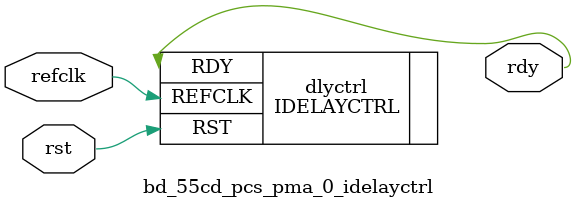
<source format=v>

`timescale 1ns / 1ps

module bd_55cd_pcs_pma_0_idelayctrl 
(
    input           refclk,
    output          rdy,
    input           rst
);

   //---------------------------------------------------------------------------
   // An IDELAYCTRL primitive needs to be instantiated for the Fixed Tap Delay
   // mode of the IDELAY.
   // All IDELAYs in Fixed Tap Delay mode and the IDELAYCTRL primitives have
   // to be LOC'ed in the XDC file.
   //---------------------------------------------------------------------------

   IDELAYCTRL 
#(.SIM_DEVICE ("7SERIES"))
   dlyctrl
   (
      .RDY       (rdy),
      .REFCLK    (refclk),
      .RST       (rst)
   );
endmodule







</source>
